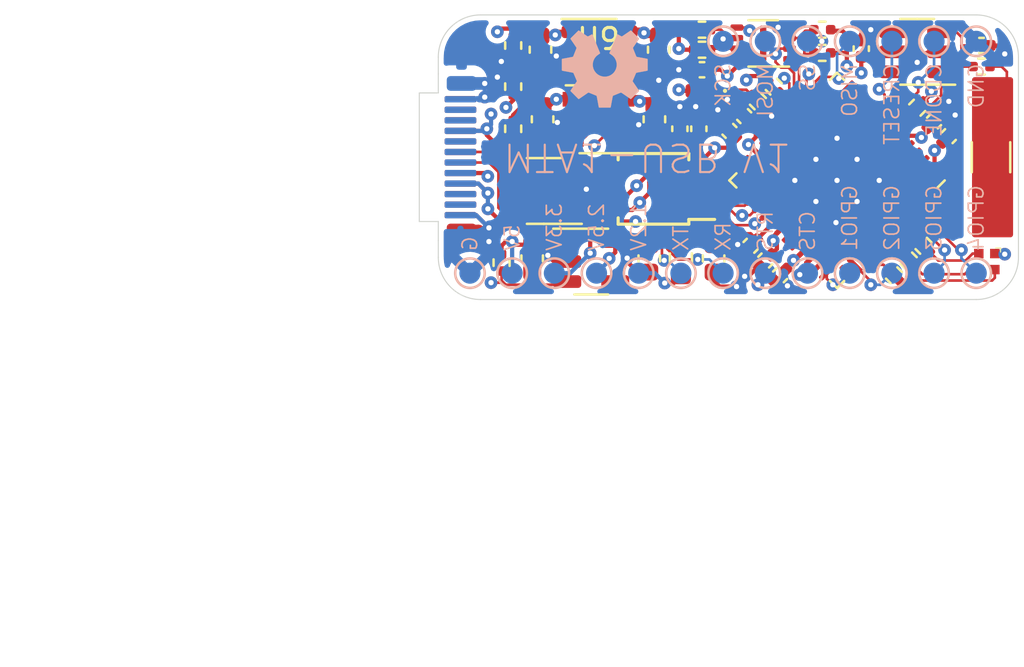
<source format=kicad_pcb>
(kicad_pcb (version 20211014) (generator pcbnew)
  (layers (0 "F.Cu" signal) (1 "In1.Cu" signal) (2 "In2.Cu" signal) (31 "B.Cu" signal) (34 "B.Paste" user) (35 "F.Paste" user) (36 "B.SilkS" user "B.Silkscreen") (37 "F.SilkS" user "F.Silkscreen") (38 "B.Mask" user) (39 "F.Mask" user) (44 "Edge.Cuts" user))
  (net 0 "")
  (net 1 "GND")
  (net 2 "+5V")
  (net 3 "+3V3")
  (net 4 "+2V5")
  (net 5 "+1V2")
  (net 6 "Net-(D3-Pad2)")
  (net 7 "Net-(D3-Pad4)")
  (net 8 "Net-(D3-Pad3)")
  (net 9 "/USB to Serial converter/INT_USB_IN_D+")
  (net 10 "APP_CDONE")
  (net 11 "APP_CRESET")
  (net 12 "APP_ICE_SCK")
  (net 13 "Net-(R1-Pad2)")
  (net 14 "VCC_OK")
  (net 17 "APP_LED_RED")
  (net 18 "APP_LED_GREEN")
  (net 19 "APP_LED_BLUE")
  (net 20 "SPI_VCC_OK")
  (net 21 "/USB to Serial converter/INT_USB_IN_D-")
  (net 22 "INT_USB_D+")
  (net 23 "INT_USB_D-")
  (net 24 "/Application FPGA/APP_+1.2_PLL")
  (net 25 "INTERFACE_TX")
  (net 28 "Net-(P1-PadA5)")
  (net 47 "APP_ICE_SS")
  (net 48 "APP_ICE_MOSI")
  (net 49 "APP_ICE_MISO")
  (net 57 "INTERFACE_RX")
  (net 58 "INTERFACE_RTS")
  (net 59 "INTERFACE_CTS")
  (net 60 "Net-(C27-Pad1)")
  (net 63 "/Application FPGA/APP_FLASH_WP")
  (net 64 "/Application FPGA/APP_FLASH_HOLD")
  (net 65 "APP_GPIO1")
  (net 66 "APP_GPIO2")
  (net 67 "APP_GPIO3")
  (net 68 "APP_GPIO4")
  (net 69 "TOUCH_EVENT")
  (net 70 "Net-(D1-Pad1)")
  (net 72 "/Application FPGA/TOUCH_PAD")
  (footprint "mta1:CAPC1005X06L" (layer "F.Cu") (at 111.45 92.65 90)
    (fp_text reference "C7" hide)
    (fp_text value "0.10uF" hide)
  )
  (footprint "mta1:CAPC1005X06L" (layer "F.Cu") (at 112.35 92.65 90)
    (fp_text reference "C13" hide)
    (fp_text value "0.10uF" hide)
  )
  (footprint "mta1:CAPC1005X06L" (layer "F.Cu") (at 123.5 92.3 45)
    (fp_text reference "C16" hide)
    (fp_text value "0.10uF" hide)
  )
  (footprint "mta1:CAPC1005X06L" (layer "F.Cu") (at 114.8 98.2 -135)
    (fp_text reference "C17" hide)
    (fp_text value "0.10uF" hide)
  )
  (footprint "mta1:CAPC1005X06L" (layer "F.Cu") (at 113.8 92.75 135)
    (fp_text reference "C18" hide)
    (fp_text value "0.10uF" hide)
  )
  (footprint "mta1:CAPC1005X06L" (layer "F.Cu") (at 124.2 93 45)
    (fp_text reference "C19" hide)
    (fp_text value "0.10uF" hide)
  )
  (footprint "mta1:CAPC1005X06L" (layer "F.Cu") (at 115.5 98.9 -135)
    (fp_text reference "C20" hide)
    (fp_text value "0.10uF" hide)
  )
  (footprint "mta1:CAPC1005X06L" (layer "F.Cu") (at 116.2 99.6 -135)
    (fp_text reference "C21" hide)
    (fp_text value "0.10uF" hide)
  )
  (footprint "LED_SMD:LED_0402_1005Metric" (layer "F.Cu") (at 112.5 90.85 180)
    (fp_text reference "D1" hide)
    (fp_text value "0402 indicator LED, blue" hide)
  )
  (footprint "mta1:0402rgb-1010" (layer "F.Cu") (at 126 98.95 90)
    (fp_text reference "D3")
    (fp_text value "LED_ARGB" hide)
  )
  (footprint "mta1:ERJ2G(0402)_L" (layer "F.Cu") (at 103.55 88.7 -90)
    (fp_text reference "R1" hide)
    (fp_text value "10k" hide)
  )
  (footprint "mta1:ERJ2G(0402)_L" (layer "F.Cu") (at 103.55 92.65 -90)
    (fp_text reference "R2" hide)
    (fp_text value "10k" hide)
  )
  (footprint "mta1:ERJ2G(0402)_L" (layer "F.Cu") (at 121.6 99.6 -45)
    (fp_text reference "R16" hide)
    (fp_text value "1k" hide)
  )
  (footprint "mta1:ERJ2G(0402)_L" (layer "F.Cu") (at 122.3 98.9 -45)
    (fp_text reference "R17" hide)
    (fp_text value "1k" hide)
  )
  (footprint "mta1:ERJ2G(0402)_L" (layer "F.Cu") (at 123 98.2 -45)
    (fp_text reference "R18" hide)
    (fp_text value "1k" hide)
  )
  (footprint "mta1:ERJ2G(0402)_L" (layer "F.Cu") (at 122.7 91.65 -135)
    (fp_text reference "R19" hide)
    (fp_text value "10k" hide)
  )
  (footprint "Package_TO_SOT_SMD:SOT-23-6" (layer "F.Cu") (at 105 95.6 180)
    (fp_text reference "U5" hide)
    (fp_text value "USBLC6-2SC6" hide)
  )
  (footprint "Package_DFN_QFN:QFN-48-1EP_7x7mm_P0.5mm_EP5.6x5.6mm" (layer "F.Cu") (at 118.9 95.1 -135)
    (fp_text reference "U6" hide)
    (fp_text value "ICE40UP5K-SG48ITR" hide)
  )
  (footprint "mta1:CAPC1608X09L" (layer "F.Cu") (at 104.94375 92.2 -90)
    (fp_text reference "C6" hide)
    (fp_text value "10uF" hide)
  )
  (footprint "mta1:CAPC1608X09L" (layer "F.Cu") (at 113.05 98.8 -90)
    (fp_text reference "C25" hide)
    (fp_text value "10uF" hide)
  )
  (footprint "mta1:Ferritbead_0603_1608Metric" (layer "F.Cu") (at 111.5 98.8 -90)
    (fp_text reference "FB3" hide)
    (fp_text value "BLM18KG300TN1D" hide)
  )
  (footprint "mta1:ERJ2G(0402)_L" (layer "F.Cu") (at 103 99 -90)
    (fp_text reference "R22" hide)
    (fp_text value "10k" hide)
  )
  (footprint "mta1:ERJ2G(0402)_L" (layer "F.Cu") (at 103.55 90.65 90)
    (fp_text reference "R29" hide)
    (fp_text value "5.1k" hide)
  )
  (footprint "mta1:ERJ2G(0402)_L" (layer "F.Cu") (at 115.9 90.65 -45)
    (fp_text reference "R20" hide)
    (fp_text value "10k" hide)
  )
  (footprint "mta1:CAPC1608X09L" (layer "F.Cu") (at 104.84375 88.9 -90)
    (fp_text reference "C1" hide)
    (fp_text value "10uF" hide)
  )
  (footprint "mta1:CAPC1608X09L" (layer "F.Cu") (at 110.45 88.9 -90)
    (fp_text reference "C5" hide)
    (fp_text value "10uF" hide)
  )
  (footprint "Package_TO_SOT_SMD:SOT-23-5" (layer "F.Cu") (at 107.64375 89)
    (fp_text reference "U2" hide)
    (fp_text value "MIC5258-1.2YM5" hide)
  )
  (footprint "mta1:CAPC1608X09L" (layer "F.Cu") (at 110 98.8 -90)
    (fp_text reference "C4" hide)
    (fp_text value "10uF" hide)
  )
  (footprint "mta1:CAPC1608X09L" (layer "F.Cu") (at 104.45 98.8 -90)
    (fp_text reference "C2" hide)
    (fp_text value "10uF" hide)
  )
  (footprint "Package_TO_SOT_SMD:SOT-23-5" (layer "F.Cu") (at 107.25 98.95)
    (fp_text reference "U1" hide)
    (fp_text value "MCP1824T-2502EOT" hide)
  )
  (footprint "mta1:CAPC1608X09L" (layer "F.Cu") (at 110.24375 92.2 -90)
    (fp_text reference "C3" hide)
    (fp_text value "10uF" hide)
  )
  (footprint "mta1:ERJ2G(0402)_L" (layer "F.Cu") (at 115.15 91.35 -45)
    (fp_text reference "R3" hide)
    (fp_text value "1k" hide)
  )
  (footprint "mta1:CAPC1005X06L" (layer "F.Cu") (at 114.5 92.05 135)
    (fp_text reference "C22" hide)
    (fp_text value "0.10uF" hide)
  )
  (footprint "mta1:NCP752BSN33T1G" (layer "F.Cu") (at 107.59375 92.2)
    (fp_text reference "U9")
    (fp_text value "NCP752BSN33T1G" hide)
  )
  (footprint "mta1:ERJ2G(0402)_L" (layer "F.Cu") (at 118.2 87.95 180)
    (fp_text reference "R25" hide)
    (fp_text value "10k" hide)
  )
  (footprint "mta1:CAPC1005X06L" (layer "F.Cu") (at 112.5 89.85 180)
    (fp_text reference "C23" hide)
    (fp_text value "0.10uF" hide)
  )
  (footprint "Package_SO:MSOP-10_3x3mm_P0.5mm" (layer "F.Cu") (at 110.2 95.5 180)
    (fp_text reference "U3" hide)
    (fp_text value "CH552E" hide)
  )
  (footprint "mta1:CAPC1005X06L" (layer "F.Cu") (at 120.05 88.85 90)
    (fp_text reference "C26" hide)
    (fp_text value "0.10uF" hide)
  )
  (footprint "mta1:ERJ2G(0402)_L" (layer "F.Cu") (at 118.2 89.05 180)
    (fp_text reference "R23" hide)
    (fp_text value "10k" hide)
  )
  (footprint "mta1:ERJ2G(0402)_L" (layer "F.Cu") (at 112.5 88.9)
    (fp_text reference "R26" hide)
    (fp_text value "10k" hide)
  )
  (footprint "Package_TO_SOT_SMD:SOT-23-6" (layer "F.Cu") (at 122.7 89 180)
    (fp_text reference "U10" hide)
    (fp_text value "PT2043AT6" hide)
  )
  (footprint "mta1:W25Q80DVUXIE" (layer "F.Cu") (at 115.4 88.6 180)
    (fp_text reference "U8" hide)
    (fp_text value "XT25F08BDFIGT-S" hide)
  )
  (footprint "mta1:ERJ2G(0402)_L" (layer "F.Cu") (at 125.75 89.7)
    (fp_text reference "R30" hide)
    (fp_text value "2k" hide)
  )
  (footprint "mta1:CAPC1005X06L" (layer "F.Cu") (at 125.75 88.7)
    (fp_text reference "C27" hide)
    (fp_text value "10pF" hide)
  )
  (footprint "Capacitor_SMD:C_1206_3216Metric" (layer "F.Cu") (at 126.2 94 90)
    (fp_text reference "C8" hide)
    (fp_text value "10uF" hide)
  )
  (footprint "mta1:U261-241N-4BS60" (layer "F.Cu") (at 101.05 94)
    (fp_text reference "P1" hide)
    (fp_text value "USB_C_Plug" hide)
    (fp_line (start -1.95 -3.05) (end -1.05 -3.05) (layer "Edge.Cuts") (width 0.05))
    (fp_line (start -1.95 3.05) (end -1.05 3.05) (layer "Edge.Cuts") (width 0.05))
    (fp_line (start -1.95 -3.05) (end -1.95 3.05) (layer "Edge.Cuts") (width 0.05))
    (fp_line (start -1.05 -3.05) (end -1.05 -3.95) (layer "Edge.Cuts") (width 0.05))
    (fp_line (start -1.05 3.95) (end -1.05 3.05) (layer "Edge.Cuts") (width 0.05))
  )
  (footprint "mta1:ERJ2G(0402)_L" (layer "F.Cu") (at 112.5 87.95)
    (fp_text reference "R24" hide)
    (fp_text value "10k" hide)
  )
  (footprint "TestPoint:TestPoint_Pad_D1.0mm" (layer "B.Cu") (at 103.5 99.5 -90)
    (fp_text reference "TP1" hide)
    (fp_text value "5V" hide)
  )
  (footprint "TestPoint:TestPoint_Pad_D1.0mm" (layer "B.Cu") (at 107.5 99.5 -90)
    (fp_text reference "TP3" hide)
    (fp_text value "2V5" hide)
  )
  (footprint "TestPoint:TestPoint_Pad_D1.0mm" (layer "B.Cu") (at 109.5 99.5 -90)
    (fp_text reference "TP4" hide)
    (fp_text value "1V2" hide)
  )
  (footprint "TestPoint:TestPoint_Pad_D1.0mm" (layer "B.Cu") (at 105.5 99.5 90)
    (fp_text reference "TP2" hide)
    (fp_text value "3V3" hide)
  )
  (footprint "TestPoint:TestPoint_Pad_D1.0mm" (layer "B.Cu") (at 113.5 99.5 180)
    (fp_text reference "TP7" hide)
    (fp_text value "INT_RX" hide)
  )
  (footprint "TestPoint:TestPoint_Pad_D1.0mm" (layer "B.Cu") (at 117.5 99.5 180)
    (fp_text reference "TP9" hide)
    (fp_text value "INT_CTS" hide)
  )
  (footprint "TestPoint:TestPoint_Pad_D1.0mm" (layer "B.Cu") (at 125.5 88.5 180)
    (fp_text reference "TP5" hide)
    (fp_text value "APP_GND" hide)
  )
  (footprint "TestPoint:TestPoint_Pad_D1.0mm" (layer "B.Cu") (at 119.5 99.5)
    (fp_text reference "TP18" hide)
    (fp_text value "APP_GPIO1" hide)
  )
  (footprint "mta1:logo_OPENHARDWARE_4mmX4mm" (layer "B.Cu") (at 107.9 89.55)
    (fp_text reference "REF**" hide)
    (fp_text value "logo")
  )
  (footprint "TestPoint:TestPoint_Pad_D1.0mm" (layer "B.Cu") (at 121.5 99.5)
    (fp_text reference "TP19" hide)
    (fp_text value "APP_GPIO2" hide)
  )
  (footprint "TestPoint:TestPoint_Pad_D1.0mm" (layer "B.Cu") (at 115.5 88.5)
    (fp_text reference "TP14" hide)
    (fp_text value "APP_ICE_MOSI" hide)
  )
  (footprint "TestPoint:TestPoint_Pad_D1.0mm" (layer "B.Cu") (at 101.5 99.5 180)
    (fp_text reference "TP28" hide)
    (fp_text value "GND" hide)
  )
  (footprint "TestPoint:TestPoint_Pad_D1.0mm" (layer "B.Cu") (at 115.5 99.5 180)
    (fp_text reference "TP8" hide)
    (fp_text value "INT_RTS" hide)
  )
  (footprint "TestPoint:TestPoint_Pad_D1.0mm" (layer "B.Cu") (at 123.5 88.5)
    (fp_text reference "TP17" hide)
    (fp_text value "APP_CDONE" hide)
  )
  (footprint "TestPoint:TestPoint_Pad_D1.0mm" (layer "B.Cu") (at 119.5 88.5)
    (fp_text reference "TP15" hide)
    (fp_text value "APP_ICE_MISO" hide)
  )
  (footprint "TestPoint:TestPoint_Pad_D1.0mm" (layer "B.Cu") (at 123.5 99.5)
    (fp_text reference "TP20" hide)
    (fp_text value "APP_GPIO3" hide)
  )
  (footprint "TestPoint:TestPoint_Pad_D1.0mm" (layer "B.Cu") (at 111.5 99.5 180)
    (fp_text reference "TP6" hide)
    (fp_text value "INT_TX" hide)
  )
  (footprint "TestPoint:TestPoint_Pad_D1.0mm" (layer "B.Cu") (at 117.5 88.5)
    (fp_text reference "TP13" hide)
    (fp_text value "APP_ICE_SS" hide)
  )
  (footprint "TestPoint:TestPoint_Pad_D1.0mm" (layer "B.Cu") (at 113.5 88.5)
    (fp_text reference "TP12" hide)
    (fp_text value "APP_ICE_SCK" hide)
  )
  (footprint "TestPoint:TestPoint_Pad_D1.0mm" (layer "B.Cu") (at 125.5 99.5)
    (fp_text reference "TP21" hide)
    (fp_text value "APP_GPIO4" hide)
  )
  (footprint "TestPoint:TestPoint_Pad_D1.0mm" (layer "B.Cu") (at 121.5 88.5)
    (fp_text reference "TP16" hide)
    (fp_text value "APP_CRESET" hide)
  )
  (gr_line (start 100 97.95) (end 100 98.75) (layer "Edge.Cuts") (width 0.05))
  (gr_line (start 102 87.25) (end 125.5 87.25) (layer "Edge.Cuts") (width 0.05))
  (gr_arc (start 125.5 87.25) (mid 126.914214 87.835786) (end 127.5 89.25) (layer "Edge.Cuts") (width 0.05))
  (gr_line (start 127.5 89.25) (end 127.5 98.75) (layer "Edge.Cuts") (width 0.05))
  (gr_arc (start 102 100.75) (mid 100.585275 100.164725) (end 100 98.75) (layer "Edge.Cuts") (width 0.05))
  (gr_arc (start 127.5 98.75) (mid 126.914214 100.164214) (end 125.5 100.75) (layer "Edge.Cuts") (width 0.05))
  (gr_line (start 125.5 100.75) (end 102 100.75) (layer "Edge.Cuts") (width 0.05))
  (gr_arc (start 100 89.25) (mid 100.585785 87.835785) (end 102 87.25) (layer "Edge.Cuts") (width 0.05))
  (gr_line (start 100 89.25) (end 100 90.05) (layer "Edge.Cuts") (width 0.05))
  (gr_text "GPIO1" (at 119.5 98.5 90) (layer "B.SilkS") (effects (font (size 0.7 0.7) (thickness 0.08)) (justify right mirror)))
  (gr_text "1.2V" (at 109.5 98.5 90) (layer "B.SilkS") (effects (font (size 0.7 0.7) (thickness 0.08)) (justify right mirror)))
  (gr_text "CTS" (at 117.5 98.5 90) (layer "B.SilkS") (effects (font (size 0.7 0.7) (thickness 0.08)) (justify right mirror)))
  (gr_text "G" (at 101.5 98.5 90) (layer "B.SilkS") (effects (font (size 0.7 0.7) (thickness 0.08)) (justify right mirror)))
  (gr_text "CDONE" (at 123.5 89.5 90) (layer "B.SilkS") (effects (font (size 0.7 0.7) (thickness 0.08)) (justify left mirror)))
  (gr_text "MOSI" (at 115.5 89.5 90) (layer "B.SilkS") (effects (font (size 0.7 0.7) (thickness 0.08)) (justify left mirror)))
  (gr_text "GPIO4" (at 125.5 98.5 90) (layer "B.SilkS") (effects (font (size 0.7 0.7) (thickness 0.08)) (justify right mirror)))
  (gr_text "RX" (at 113.5 98.5 90) (layer "B.SilkS") (effects (font (size 0.7 0.7) (thickness 0.08)) (justify right mirror)))
  (gr_text "3.3V" (at 105.5 98.5 90) (layer "B.SilkS") (effects (font (size 0.7 0.7) (thickness 0.08)) (justify right mirror)))
  (gr_text "TX" (at 111.5 98.5 90) (layer "B.SilkS") (effects (font (size 0.7 0.7) (thickness 0.08)) (justify right mirror)))
  (gr_text "GND" (at 125.5 89.5 90) (layer "B.SilkS") (effects (font (size 0.7 0.7) (thickness 0.08)) (justify left mirror)))
  (gr_text "SCK" (at 113.5 89.5 90) (layer "B.SilkS") (effects (font (size 0.7 0.7) (thickness 0.08)) (justify left mirror)))
  (gr_text "MISO" (at 119.5 89.5 90) (layer "B.SilkS") (effects (font (size 0.7 0.7) (thickness 0.08)) (justify left mirror)))
  (gr_text "MTA1-USB V1" (at 103 94 180) (layer "B.SilkS") (effects (font (size 1.3 1.3) (thickness 0.1)) (justify left mirror)))
  (gr_text "RTS" (at 115.5 98.5 90) (layer "B.SilkS") (effects (font (size 0.7 0.7) (thickness 0.08)) (justify right mirror)))
  (gr_text "5V" (at 103.5 98.5 90) (layer "B.SilkS") (effects (font (size 0.7 0.7) (thickness 0.08)) (justify right mirror)))
  (gr_text "CRESET" (at 121.5 89.5 90) (layer "B.SilkS") (effects (font (size 0.7 0.7) (thickness 0.08)) (justify left mirror)))
  (gr_text "GPIO3" (at 123.5 98.5 90) (layer "B.SilkS") (effects (font (size 0.7 0.7) (thickness 0.08)) (justify right mirror)))
  (gr_text "GPIO2" (at 121.5 98.5 90) (layer "B.SilkS") (effects (font (size 0.7 0.7) (thickness 0.08)) (justify right mirror)))
  (gr_text "2.5V" (at 107.5 98.5 90) (layer "B.SilkS") (effects (font (size 0.7 0.7) (thickness 0.08)) (justify right mirror)))
  (gr_text "SS" (at 117.5 89.5 90) (layer "B.SilkS") (effects (font (size 0.7 0.7) (thickness 0.08)) (justify left mirror)))
  (segment (start 106.1375 95.6) (end 106.93502 95.6) (width 0.2) (layer "F.Cu") (net 1))
  (segment (start 105.19173 98.653959) (end 105.19173 98.70827) (width 0.2) (layer "F.Cu") (net 1))
  (segment (start 124.75 92.25) (end 124.75 92.45) (width 0.2) (layer "F.Cu") (net 1))
  (segment (start 101.9 97.5) (end 102.4 98) (width 0.6) (layer "F.Cu") (net 1))
  (segment (start 108.951563 98.951563) (end 109.45 99.45) (width 0.2) (layer "F.Cu") (net 1))
  (segment (start 109.891862 92.85) (end 110.24375 92.85) (width 0.2) (layer "F.Cu") (net 1))
  (segment (start 123.15 89.05) (end 122.7 89.5) (width 0.2) (layer "F.Cu") (net 1))
  (segment (start 113.524228 92.474228) (end 113.25 92.2) (width 0.2) (layer "F.Cu") (net 1))
  (segment (start 116.148456 100.1) (end 115.924228 99.875772) (width 0.2) (layer "F.Cu") (net 1))
  (segment (start 114.7 99.65) (end 115.174228 99.175772) (width 0.2) (layer "F.Cu") (net 1))
  (segment (start 105.537771 99) (end 106.1125 99) (width 0.2) (layer "F.Cu") (net 1))
  (segment (start 121.5625 88.05) (end 120.6 88.05) (width 0.2) (layer "F.Cu") (net 1))
  (segment (start 112.35 92.26) (end 112.35 91.75) (width 0.2) (layer "F.Cu") (net 1))
  (segment (start 102.4 97.35) (end 102.4 98) (width 0.2) (layer "F.Cu") (net 1))
  (segment (start 104.95 92.75) (end 105.15 92.75) (width 0.2) (layer "F.Cu") (net 1))
  (segment (start 109.45 99.45) (end 110 99.45) (width 0.2) (layer "F.Cu") (net 1))
  (segment (start 105.15 92.75) (end 105.65 92.25) (width 0.2) (layer "F.Cu") (net 1))
  (segment (start 124.75 92.45) (end 124.475772 92.724228) (width 0.2) (layer "F.Cu") (net 1))
  (segment (start 124.5 92) (end 124.75 92.25) (width 0.2) (layer "F.Cu") (net 1))
  (segment (start 116.120888 87.85) (end 116.107816 87.836928) (width 0.2) (layer "F.Cu") (net 1))
  (segment (start 115.432843 91.632843) (end 115.432843 91.682843) (width 0.2) (layer "F.Cu") (net 1))
  (segment (start 103.55 89.820552) (end 103.28798 89.558532) (width 0.2) (layer "F.Cu") (net 1))
  (segment (start 123.8375 89.05) (end 123.15 89.05) (width 0.2) (layer "F.Cu") (net 1))
  (segment (start 105.7 89) (end 105.25 89.45) (width 0.2) (layer "F.Cu") (net 1))
  (segment (start 114.19095 98.14045) (end 114.524228 98.473728) (width 0.2) (layer "F.Cu") (net 1))
  (segment (start 115.174228 99.175772) (end 115.224228 99.175772) (width 0.2) (layer "F.Cu") (net 1))
  (segment (start 126.45 88.7) (end 126.85 89.1) (width 0.2) (layer "F.Cu") (net 1))
  (segment (start 106.50625 89) (end 105.79375 89) (width 0.2) (layer "F.Cu") (net 1))
  (segment (start 113.336045 100.136045) (end 113.05 99.85) (width 0.2) (layer "F.Cu") (net 1))
  (segment (start 101.1 97.5) (end 101.9 97.5) (width 0.6) (layer "F.Cu") (net 1))
  (segment (start 108 95.45) (end 107.08502 95.45) (width 0.2) (layer "F.Cu") (net 1))
  (segment (start 110.45 89.55) (end 110.45 90.35) (width 0.2) (layer "F.Cu") (net 1))
  (segment (start 107.08502 95.45) (end 107.01751 95.51751) (width 0.2) (layer "F.Cu") (net 1))
  (segment (start 101.8 96.75) (end 102.4 97.35) (width 0.2) (layer "F.Cu") (net 1))
  (segment (start 114.52161 99.65) (end 114.7 99.65) (width 0.2) (layer "F.Cu") (net 1))
  (segment (start 114.524228 98.473728) (end 114.524228 98.475772) (width 0.2) (layer "F.Cu") (net 1))
  (segment (start 113.712489 91.262489) (end 114.224228 91.774228) (width 0.2) (layer "F.Cu") (net 1))
  (segment (start 113.7 91.262489) (end 113.712489 91.262489) (width 0.2) (layer "F.Cu") (net 1))
  (segment (start 103.28798 89.53798) (end 103.206771 89.456771) (width 0.2) (layer "F.Cu") (net 1))
  (segment (start 103.28798 89.558532) (end 103.28798 89.53798) (width 0.2) (layer "F.Cu") (net 1))
  (segment (start 116.65 87.85) (end 116.120888 87.85) (width 0.2) (layer "F.Cu") (net 1))
  (segment (start 124.2 91.6) (end 123.775772 92.024228) (width 0.2) (layer "F.Cu") (net 1))
  (segment (start 105.25 89.45) (end 104.85 89.45) (width 0.2) (layer "F.Cu") (net 1))
  (segment (start 106.93502 95.6) (end 107.01751 95.51751) (width 0.2) (layer "F.Cu") (net 1))
  (segment (start 113.25 92.2) (end 113.25 91.75) (width 0.2) (layer "F.Cu") (net 1))
  (segment (start 120.05 88.46) (end 120.05 88.5) (width 0.2) (layer "F.Cu") (net 1))
  (segment (start 105.19173 98.653959) (end 105.537771 99) (width 0.2) (layer "F.Cu") (net 1))
  (segment (start 113.05 99.85) (end 113.05 99.45) (width 0.2) (layer "F.Cu") (net 1))
  (segment (start 115.432843 91.682843) (end 115.8 92.05) (width 0.2) (layer "F.Cu") (net 1))
  (segment (start 105.8 92.1) (end 105.65 92.25) (width 0.2) (layer "F.Cu") (net 1))
  (segment (start 106.50625 89) (end 105.7 89) (width 0.2) (layer "F.Cu") (net 1))
  (segment (start 101.05 96.75) (end 101.8 96.75) (width 0.2) (layer "F.Cu") (net 1))
  (segment (start 102.1 91.25) (end 102.2 91.15) (width 0.2) (layer "F.Cu") (net 1))
  (segment (start 116.55 100.1) (end 116.148456 100.1) (width 0.2) (layer "F.Cu") (net 1))
  (segment (start 101.05 91.25) (end 102.1 91.25) (width 0.2) (layer "F.Cu") (net 1))
  (segment (start 120.6 88.05) (end 120.5 87.95) (width 0.2) (layer "F.Cu") (net 1))
  (segment (start 120.25 87.95) (end 120.5 87.95) (width 0.2) (layer "F.Cu") (net 1))
  (segment (start 112.35 91.75) (end 112.2 91.6) (width 0.2) (layer "F.Cu") (net 1))
  (segment (start 120.05 88.15) (end 120.25 87.95) (width 0.2) (layer "F.Cu") (net 1))
  (segment (start 121.5625 90) (end 122.2 90) (width 0.2) (layer "F.Cu") (net 1))
  (segment (start 105.19173 98.70827) (end 104.45 99.45) (width 0.2) (layer "F.Cu") (net 1))
  (segment (start 111.45 92.26) (end 111.45 91.6) (width 0.2) (layer "F.Cu") (net 1))
  (segment (start 108.951563 98.787032) (end 108.951563 98.951563) (width 0.2) (layer "F.Cu") (net 1))
  (segment (start 106.4 92.1) (end 105.8 92.1) (width 0.2) (layer "F.Cu") (net 1))
  (segment (start 103.206771 89.456771) (end 102.987526 89.456771) (width 0.2) (layer "F.Cu") (net 1))
  (segment (start 124.2 91.35) (end 124.2 91.6) (width 0.2) (layer "F.Cu") (net 1))
  (segment (start 120.05 88.5) (end 120.05 88.15) (width 0.2) (layer "F.Cu") (net 1))
  (segment (start 126.14 88.7) (end 126.45 88.7) (width 0.2) (layer "F.Cu") (net 1))
  (segment (start 114.136045 100.136045) (end 113.336045 100.136045) (width 0.2) (layer "F.Cu") (net 1))
  (segment (start 109.499292 92.45743) (end 109.891862 92.85) (width 0.2) (layer "F.Cu") (net 1))
  (segment (start 103.55 90.25) (end 103.55 89.820552) (width 0.2) (layer "F.Cu") (net 1))
  (segment (start 122.2 90) (end 122.7 89.5) (width 0.2) (layer "F.Cu") (net 1))
  (segment (start 112.11 89.85) (end 111.4 89.85) (width 0.2) (layer "F.Cu") (net 1))
  (via (at 113.7 91.262489) (size 0.6) (drill 0.25) (layers "F.Cu" "B.Cu") (net 1))
  (via (at 126.85 89.1) (size 0.6) (drill 0.25) (layers "F.Cu" "B.Cu") (net 1))
  (via (at 109.499292 92.45743) (size 0.6) (drill 0.25) (layers "F.Cu" "B.Cu") (net 1))
  (via (at 105.64375 92.35) (size 0.6) (drill 0.25) (layers "F.Cu" "B.Cu") (net 1))
  (via (at 116.55 100.1) (size 0.6) (drill 0.25) (layers "F.Cu" "B.Cu") (net 1))
  (via (at 102.2 90.5) (size 0.6) (drill 0.25) (layers "F.Cu" "B.Cu") (net 1))
  (via (at 107.01751 95.51751) (size 0.6) (drill 0.25) (layers "F.Cu" "B.Cu") (net 1))
  (via (at 112.2 91.6) (size 0.6) (drill 0.25) (layers "F.Cu" "B.Cu") (net 1))
  (via (at 117.9 96.1) (size 0.6) (drill 0.25) (layers "F.Cu" "B.Cu") (net 1))
  (via (at 116.9 95.1) (size 0.6) (drill 0.25) (layers "F.Cu" "B.Cu") (net 1))
  (via (at 114.19095 98.14045) (size 0.6) (drill 0.25) (layers "F.Cu" "B.Cu") (net 1))
  (via (at 110.45 90.35) (size 0.6) (drill 0.25) (layers "F.Cu" "B.Cu") (net 1))
  (via (at 116.107816 87.836928) (size 0.6) (drill 0.25) (layers "F.Cu" "B.Cu") (net 1))
  (via (at 119.85 94.1) (size 0.6) (drill 0.25) (layers "F.Cu" "B.Cu") (net 1))
  (via (at 118.9 93.1) (size 0.6) (drill 0.25) (layers "F.Cu" "B.Cu") (net 1))
  (via (at 102.8 90.2) (size 0.6) (drill 0.25) (layers "F.Cu" "B.Cu") (net 1))
  (via (at 102.987526 89.456771) (size 0.6) (drill 0.25) (layers "F.Cu" "B.Cu") (net 1))
  (via (at 124.2 91.35) (size 0.6) (drill 0.25) (layers "F.Cu" "B.Cu") (net 1))
  (via (at 102.2 91.15) (size 0.6) (drill 0.25) (layers "F.Cu" "B.Cu") (net 1))
  (via (at 114.136045 100.136045) (size 0.6) (drill 0.25) (layers "F.Cu" "B.Cu") (net 1))
  (via (at 111.45 91.6) (size 0.6) (drill 0.25) (layers "F.Cu" "B.Cu") (net 1))
  (via (at 113.25 91.75) (size 0.6) (drill 0.25) (layers "F.Cu" "B.Cu") (net 1))
  (via (at 114.52161 99.65) (size 0.6) (drill 0.25) (layers "F.Cu" "B.Cu") (net 1))
  (via (at 117.9 94.1) (size 0.6) (drill 0.25) (layers "F.Cu" "B.Cu") (net 1))
  (via (at 105.59375 89.2) (size 0.6) (drill 0.25) (layers "F.Cu" "B.Cu") (net 1))
  (via (at 118.9 95.1) (size 0.6) (drill 0.25) (layers "F.Cu" "B.Cu") (net 1))
  (via (at 122.7 89.5) (size 0.6) (drill 0.25) (layers "F.Cu" "B.Cu") (net 1))
  (via (at 108.951563 98.787032) (size 0.6) (drill 0.25) (layers "F.Cu" "B.Cu") (net 1))
  (via (at 105.19173 98.653959) (size 0.6) (drill 0.25) (layers "F.Cu" "B.Cu") (net 1))
  (via (at 120.5 87.95) (size 0.6) (drill 0.25) (layers "F.Cu" "B.Cu") (net 1))
  (via (at 119.85 96.1) (size 0.6) (drill 0.25) (layers "F.Cu" "B.Cu") (net 1))
  (via (at 102.4 98) (size 0.6) (drill 0.25) (layers "F.Cu" "B.Cu") (net 1))
  (via (at 102.4 97.35) (size 0.6) (drill 0.25) (layers "F.Cu" "B.Cu") (net 1))
  (via (at 124.5 92) (size 0.6) (drill 0.25) (layers "F.Cu" "B.Cu") (net 1))
  (via (at 120.9 95.1) (size 0.6) (drill 0.25) (layers "F.Cu" "B.Cu") (net 1))
  (via (at 111.4 89.85) (size 0.6) (drill 0.25) (layers "F.Cu" "B.Cu") (net 1))
  (via (at 115.8 92.05) (size 0.6) (drill 0.25) (layers "F.Cu" "B.Cu") (net 1))
  (via (at 118.85 97.1) (size 0.6) (drill 0.25) (layers "F.Cu" "B.Cu") (net 1))
  (segment (start 101.1 90.5) (end 102.2 90.5) (width 0.6) (layer "B.Cu") (net 1))
  (segment (start 102.2 90.5) (end 102.2 91.15) (width 0.2) (layer "B.Cu") (net 1))
  (segment (start 101.05 96.75) (end 101.8 96.75) (width 0.2) (layer "B.Cu") (net 1))
  (segment (start 101.8 96.75) (end 102.4 97.35) (width 0.2) (layer "B.Cu") (net 1))
  (segment (start 101.05 91.25) (end 102.1 91.25) (width 0.2) (layer "B.Cu") (net 1))
  (segment (start 102.1 91.25) (end 102.2 91.15) (width 0.2) (layer "B.Cu") (net 1))
  (segment (start 103.2 98) (end 103 98.2) (width 0.2) (layer "F.Cu") (net 2))
  (segment (start 105.5 88.15) (end 104.85 88.15) (width 0.2) (layer "F.Cu") (net 2))
  (segment (start 103.55 88) (end 103.55 88.3) (width 0.2) (layer "F.Cu") (net 2))
  (segment (start 104.524546 94) (end 104.72452 94.199974) (width 0.2) (layer "F.Cu") (net 2))
  (segment (start 103.45 87.9) (end 103.55 88) (width 0.2) (layer "F.Cu") (net 2))
  (segment (start 104.5 97.1) (end 103 97.1) (width 0.2) (layer "F.Cu") (net 2))
  (segment (start 103.8625 95.6) (end 104.7 95.6) (width 0.2) (layer "F.Cu") (net 2))
  (segment (start 102.95 87.9) (end 103.45 87.9) (width 0.2) (layer "F.Cu") (net 2))
  (segment (start 104.7 95.6) (end 104.72452 95.57548) (width 0.2) (layer "F.Cu") (net 2))
  (segment (start 106.0625 98) (end 104.6 98) (width 0.2) (layer "F.Cu") (net 2))
  (segment (start 101.05 92.75) (end 102.2 92.75) (width 0.2) (layer "F.Cu") (net 2))
  (segment (start 104.72452 94.199974) (end 104.72452 95.57548) (width 0.2) (layer "F.Cu") (net 2))
  (segment (start 103.35 94) (end 104.524546 94) (width 0.2) (layer "F.Cu") (net 2))
  (segment (start 102.2 92.75) (end 102.3 92.65) (width 0.2) (layer "F.Cu") (net 2))
  (segment (start 104.6 98) (end 104.45 98.15) (width 0.2) (layer "F.Cu") (net 2))
  (segment (start 103.5 98) (end 103.2 98) (width 0.2) (layer "F.Cu") (net 2))
  (segment (start 104.94375 91.55) (end 105.29375 91.55) (width 0.2) (layer "F.Cu") (net 2))
  (segment (start 105.6 91.15) (end 106.4 91.15) (width 0.2) (layer "F.Cu") (net 2))
  (segment (start 101.9 95.25) (end 101.05 95.25) (width 0.2) (layer "F.Cu") (net 2))
  (segment (start 104 91.55) (end 104.85 91.55) (width 0.2) (layer "F.Cu") (net 2))
  (segment (start 105.69375 88.05) (end 106.50625 88.05) (width 0.2) (layer "F.Cu") (net 2))
  (segment (start 104.72452 96.87548) (end 104.5 97.1) (width 0.2) (layer "F.Cu") (net 2))
  (segment (start 102.8 88.05) (end 102.95 87.9) (width 0.2) (layer "F.Cu") (net 2))
  (segment (start 105.29375 91.55) (end 105.59375 91.25) (width 0.2) (layer "F.Cu") (net 2))
  (segment (start 103 98.2) (end 103 98.6) (width 0.2) (layer "F.Cu") (net 2))
  (segment (start 103.55 92.25) (end 103.55 92) (width 0.2) (layer "F.Cu") (net 2))
  (segment (start 103.55 92) (end 104 91.55) (width 0.2) (layer "F.Cu") (net 2))
  (segment (start 102.3 92.95) (end 103.35 94) (width 0.2) (layer "F.Cu") (net 2))
  (segment (start 103.5 98) (end 103.65 98.15) (width 0.2) (layer "F.Cu") (net 2))
  (segment (start 102.35 95.7) (end 101.9 95.25) (width 0.2) (layer "F.Cu") (net 2))
  (segment (start 103.65 98.15) (end 104.45 98.15) (width 0.2) (layer "F.Cu") (net 2))
  (segment (start 104.72452 95.57548) (end 104.72452 96.87548) (width 0.2) (layer "F.Cu") (net 2))
  (segment (start 102.3 92.65) (end 102.3 92.95) (width 0.2) (layer "F.Cu") (net 2))
  (segment (start 103 97.1) (end 102.35 96.45) (width 0.2) (layer "F.Cu") (net 2))
  (segment (start 105.55 88.1) (end 105.5 88.15) (width 0.2) (layer "F.Cu") (net 2))
  (via (at 105.54375 88.2) (size 0.6) (drill 0.25) (layers "F.Cu" "B.Cu") (net 2))
  (via (at 105.59375 91.25) (size 0.6) (drill 0.25) (layers "F.Cu" "B.Cu") (net 2))
  (via (at 102.5 91.95) (size 0.6) (drill 0.25) (layers "F.Cu" "B.Cu") (net 2))
  (via (at 103.5 98) (size 0.6) (drill 0.25) (layers "F.Cu" "B.Cu") (net 2))
  (via (at 102.3 92.65) (size 0.6) (drill 0.25) (layers "F.Cu" "B.Cu") (net 2))
  (via (at 102.35 95.7) (size 0.6) (drill 0.25) (layers "F.Cu" "B.Cu") (net 2))
  (via (at 102.8 88.05) (size 0.6) (drill 0.25) (layers "F.Cu" "B.Cu") (net 2))
  (via (at 102.35 96.45) (size 0.6) (drill 0.25) (layers "F.Cu" "B.Cu") (net 2))
  (segment (start 102.5 92.45) (end 102.5 91.95) (width 0.2) (layer "B.Cu") (net 2))
  (segment (start 102.2 92.75) (end 102.3 92.65) (width 0.2) (layer "B.Cu") (net 2))
  (segment (start 101.9 95.25) (end 102.35 95.7) (width 0.2) (layer "B.Cu") (net 2))
  (segment (start 103.5 98) (end 103.5 99.5) (width 0.2) (layer "B.Cu") (net 2))
  (segment (start 102.3 92.65) (end 102.5 92.45) (width 0.2) (layer "B.Cu") (net 2))
  (segment (start 102.35 95.7) (end 102.35 96.45) (width 0.2) (layer "B.Cu") (net 2))
  (segment (start 101.05 95.25) (end 101.9 95.25) (width 0.2) (layer "B.Cu") (net 2))
  (segment (start 101.05 92.75) (end 102.2 92.75) (width 0.2) (layer "B.Cu") (net 2))
  (segment (start 109.4 95.35) (end 111.25 93.5) (width 0.2) (layer "F.Cu") (net 3))
  (segment (start 110.00048 95.176912) (end 111.377394 93.8) (width 0.2) (layer "F.Cu") (net 3))
  (segment (start 108 96) (end 108.75 96) (width 0.2) (layer "F.Cu") (net 3))
  (segment (start 112.1 88.9) (end 111.45 88.9) (width 0.2) (layer "F.Cu") (net 3))
  (segment (start 115.4 90.15) (end 115.617157 90.367157) (width 0.2) (layer "F.Cu") (net 3))
  (segment (start 123.522528 93.677472) (end 123.522528 94.366559) (width 0.2) (layer "F.Cu") (net 3))
  (segment (start 119.365412 89.034588) (end 119.365412 88.215412) (width 0.2) (layer "F.Cu") (net 3))
  (segment (start 113.7 90.15) (end 114.15 89.7) (width 0.2) (layer "F.Cu") (net 3))
  (segment (start 118.6 89.05) (end 119.35 89.05) (width 0.2) (layer "F.Cu") (net 3))
  (segment (start 123.522528 94.366559) (end 123.275223 94.613864) (width 0.2) (layer "F.Cu") (net 3))
  (segment (start 111.724554 93.800969) (end 111.999031 93.800969) (width 0.2) (layer "F.Cu") (net 3))
  (segment (start 114.599988 90.338489) (end 114.788477 90.15) (width 0.2) (layer "F.Cu") (net 3))
  (segment (start 111.6 87.95) (end 111.4 88.15) (width 0.2) (layer "F.Cu") (net 3))
  (segment (start 116.475772 99.25334) (end 116.836928 98.892184) (width 0.2) (layer "F.Cu") (net 3))
  (segment (start 115.05 92.6) (end 115.05 93.05) (width 0.2) (layer "F.Cu") (net 3))
  (segment (start 111.4 93.5) (end 111.45 93.45) (width 0.2) (layer "F.Cu") (net 3))
  (segment (start 123.924228 93.275772) (end 123.6 93.6) (width 0.2) (layer "F.Cu") (net 3))
  (segment (start 122.982843 91.367157) (end 123.371981 90.978019) (width 0.2) (layer "F.Cu") (net 3))
  (segment (start 119.365412 88.215412) (end 119.3 88.15) (width 0.2) (layer "F.Cu") (net 3))
  (segment (start 123.371981 90.978019) (end 123.371981 90.871981) (width 0.2) (layer "F.Cu") (net 3))
  (segment (start 111.45 88.9) (end 111.4 88.85) (width 0.2) (layer "F.Cu") (net 3))
  (segment (start 118.6 88) (end 119.15 88) (width 0.2) (layer "F.Cu") (net 3))
  (segment (start 111.25 93.5) (end 111.4 93.5) (width 0.2) (layer "F.Cu") (net 3))
  (segment (start 114.788477 90.15) (end 115.4 90.15) (width 0.2) (layer "F.Cu") (net 3))
  (segment (start 109.45 91.15) (end 108.8 91.15) (width 0.2) (layer "F.Cu") (net 3))
  (segment (start 111.723585 93.8) (end 111.724554 93.800969) (width 0.2) (layer "F.Cu") (net 3))
  (segment (start 115.231884 93.906757) (end 115.206757 93.906757) (width 0.2) (layer "F.Cu") (net 3))
  (segment (start 110.00048 95.69952) (end 110.00048 95.176912) (width 0.2) (layer "F.Cu") (net 3))
  (segment (start 120.05 89.24) (end 120.51 89.24) (width 0.2) (layer "F.Cu") (net 3))
  (segment (start 117.353204 98.414563) (end 117.314549 98.414563) (width 0.2) (layer "F.Cu") (net 3))
  (segment (start 120.75 89) (end 121.5625 89) (width 0.2) (layer "F.Cu") (net 3))
  (segment (start 119.365412 89.676255) (end 119.365412 89.034588) (width 0.2) (layer "F.Cu") (net 3))
  (segment (start 123.522528 93.677472) (end 123.924228 93.275772) (width 0.2) (layer "F.Cu") (net 3))
  (segment (start 112.1 87.95) (end 111.6 87.95) (width 0.2) (layer "F.Cu") (net 3))
  (segment (start 109.55 91.25) (end 110.05 91.25) (width 0.2) (layer "F.Cu") (net 3))
  (segment (start 111.7 87.85) (end 111.4 88.15) (width 0.2) (layer "F.Cu") (net 3))
  (segment (start 114.775772 92.325772) (end 115.05 92.6) (width 0.2) (layer "F.Cu") (net 3))
  (segment (start 111.999031 93.800969) (end 112.35 93.45) (width 0.2) (layer "F.Cu") (net 3))
  (segment (start 110.05 91.25) (end 110.25 91.45) (width 0.2) (layer "F.Cu") (net 3))
  (segment (start 107.2 98.55) (end 107.2 97.9) (width 0.2) (layer "F.Cu") (net 3))
  (segment (start 112.1 87.85) (end 111.7 87.85) (width 0.2) (layer "F.Cu") (net 3))
  (segment (start 119.15 88) (end 119.3 88.15) (width 0.2) (layer "F.Cu") (net 3))
  (segment (start 113.7 90.15) (end 113.4 89.85) (width 0.2) (layer "F.Cu") (net 3))
  (segment (start 109.2 96.5) (end 109.55 96.15) (width 0.2) (layer "F.Cu") (net 3))
  (segment (start 114.15 89.7) (end 114.15 89.35) (width 0.2) (layer "F.Cu") (net 3))
  (segment (start 109.55 96.15) (end 110.00048 95.69952) (width 0.2) (layer "F.Cu") (net 3))
  (segment (start 111.4 88.15) (end 111.4 88.85) (width 0.2) (layer "F.Cu") (net 3))
  (segment (start 111.45 93.45) (end 111.45 93.04) (width 0.2) (layer "F.Cu") (net 3))
  (segment (start 120.05 89.24) (end 120.05 90) (width 0.2) (layer "F.Cu") (net 3))
  (segment (start 111.377394 93.8) (end 111.723585 93.8) (width 0.2) (layer "F.Cu") (net 3))
  (segment (start 109.55 91.25) (end 109.45 91.15) (width 0.2) (layer "F.Cu") (net 3))
  (segment (start 126.82 98.57) (end 126.38 98.57) (width 0.2) (layer "F.Cu") (net 3))
  (segment (start 108.75 96) (end 109.4 95.35) (width 0.2) (layer "F.Cu") (net 3))
  (segment (start 107.2 97.9) (end 108.05 97.05) (width 0.2) (layer "F.Cu") (net 3))
  (segment (start 113.4 89.85) (end 112.89 89.85) (width 0.2) (layer "F.Cu") (net 3))
  (segment (start 108.05 97.05) (end 109.35 97.05) (width 0.2) (layer "F.Cu") (net 3))
  (segment (start 109.25 96.45) (end 109.55 96.15) (width 0.2) (layer "F.Cu") (net 3))
  (segment (start 117.314549 98.414563) (end 116.836928 98.892184) (width 0.2) (layer "F.Cu") (net 3))
  (segment (start 115.05 93.05) (end 114.7 93.4) (width 0.2) (layer "F.Cu") (net 3))
  (segment (start 112.35 93.45) (end 112.35 93.04) (width 0.2) (layer "F.Cu") (net 3))
  (segment (start 119.35 89.05) (end 119.365412 89.034588) (width 0.2) (layer "F.Cu") (net 3))
  (segment (start 126.85 98.6) (end 126.82 98.57) (width 0.2) (layer "F.Cu") (net 3))
  (segment (start 116.475772 99.324228) (end 116.475772 99.25334) (width 0.2) (layer "F.Cu") (net 3))
  (segment (start 120.51 89.24) (end 120.75 89) (width 0.2) (layer "F.Cu") (net 3))
  (segment (start 108 96.5) (end 109.2 96.5) (width 0.2) (layer "F.Cu") (net 3))
  (segment (start 115.206757 93.906757) (end 114.7 93.4) (width 0.2) (layer "F.Cu") (net 3))
  (via (at 114.7 93.4) (size 0.6) (drill 0.25) (layers "F.Cu" "B.Cu") (net 3))
  (via (at 123.371981 90.871981) (size 0.6) (drill 0.25) (layers "F.Cu" "B.Cu") (net 3))
  (via (at 111.4 88.85) (size 0.6) (drill 0.25) (layers "F.Cu" "B.Cu") (net 3))
  (via (at 119.365412 89.676255) (size 0.6) (drill 0.25) (layers "F.Cu" "B.Cu") (net 3))
  (via (at 107.2 98.55) (size 0.6) (drill 0.25) (layers "F.Cu" "B.Cu") (net 3))
  (via (at 123.522528 93.677472) (size 0.6) (drill 0.25) (layers "F.Cu" "B.Cu") (net 3))
  (via (at 116.836928 98.892184) (size 0.6) (drill 0.25) (layers "F.Cu" "B.Cu") (net 3))
  (via (at 109.55 96.15) (size 0.6) (drill 0.25) (layers "F.Cu" "B.Cu") (net 3))
  (via (at 114.599988 90.338489) (size 0.6) (drill 0.25) (layers "F.Cu" "B.Cu") (net 3))
  (via (at 109.54375 91.35) (size 0.6) (drill 0.25) (layers "F.Cu" "B.Cu") (net 3))
  (via (at 109.35 97.05) (size 0.6) (drill 0.25) (layers "F.Cu" "B.Cu") (net 3))
  (via (at 109.4 95.35) (size 0.6) (drill 0.25) (layers "F.Cu" "B.Cu") (net 3))
  (via (at 120.05 90) (size 0.6) (drill 0.25) (layers "F.Cu" "B.Cu") (net 3))
  (via (at 126.85 98.6) (size 0.6) (drill 0.25) (layers "F.Cu" "B.Cu") (net 3))
  (via (at 113.7 90.15) (size 0.6) (drill 0.25) (layers "F.Cu" "B.Cu") (net 3))
  (segment (start 106.25 99.5) (end 107.2 98.55) (width 0.2) (layer "B.Cu") (net 3))
  (segment (start 105.5 99.5) (end 106.25 99.5) (width 0.2) (layer "B.Cu") (net 3))
  (segment (start 109.85 98) (end 110 98.15) (width 0.2) (layer "F.Cu") (net 4))
  (segment (start 113.1 93.55) (end 112.549511 94.100489) (width 0.2) (layer "F.Cu") (net 4))
  (segment (start 110.3 97.1) (end 110 97.4) (width 0.2) (layer "F.Cu") (net 4))
  (segment (start 113.75 93.55) (end 113.1 93.55) (width 0.2) (layer "F.Cu") (net 4))
  (segment (start 110 97.4) (end 110 98.15) (width 0.2) (layer "F.Cu") (net 4))
  (segment (start 108.3875 98) (end 109.85 98) (width 0.2) (layer "F.Cu") (net 4))
  (segment (start 111.501459 94.09952) (end 110.3 95.300978) (width 0.2) (layer "F.Cu") (net 4))
  (segment (start 111.45 90.85) (end 111.4 90.8) (width 0.2) (layer "F.Cu") (net 4))
  (segment (start 113.75 93.839087) (end 113.75 93.351544) (width 0.2) (layer "F.Cu") (net 4))
  (segment (start 108.3875 98.5125) (end 108.3875 98) (width 0.2) (layer "F.Cu") (net 4))
  (segment (start 113.75 93.351544) (end 114.075772 93.025772) (width 0.2) (layer "F.Cu") (net 4))
  (segment (start 111.59952 94.09952) (end 111.501459 94.09952) (width 0.2) (layer "F.Cu") (net 4))
  (segment (start 110.3 95.300978) (end 110.3 97.1) (width 0.2) (layer "F.Cu") (net 4))
  (segment (start 111.600489 94.100489) (end 111.59952 94.09952) (width 0.2) (layer "F.Cu") (net 4))
  (segment (start 108.1 98.8) (end 108.3875 98.5125) (width 0.2) (layer "F.Cu") (net 4))
  (segment (start 112.015 90.85) (end 111.45 90.85) (width 0.2) (layer "F.Cu") (net 4))
  (segment (start 112.549511 94.100489) (end 111.600489 94.100489) (width 0.2) (layer "F.Cu") (net 4))
  (segment (start 114.524777 94.613864) (end 113.75 93.839087) (width 0.2) (layer "F.Cu") (net 4))
  (via (at 111.4 90.8) (size 0.6) (drill 0.25) (layers "F.Cu" "B.Cu") (net 4))
  (via (at 113.1 93.55) (size 0.6) (drill 0.25) (layers "F.Cu" "B.Cu") (net 4))
  (via (at 108.1 98.8) (size 0.6) (drill 0.25) (layers "F.Cu" "B.Cu") (net 4))
  (segment (start 108.1 98.8) (end 108.1 98.9) (width 0.2) (layer "B.Cu") (net 4))
  (segment (start 108.1 98.9) (end 107.5 99.5) (width 0.2) (layer "B.Cu") (net 4))
  (segment (start 123.224228 92.575772) (end 123.224228 92.74023) (width 0.2) (layer "F.Cu") (net 5))
  (segment (start 115.875683 97.770764) (end 116.292544 97.353903) (width 0.2) (layer "F.Cu") (net 5))
  (segment (start 122.078836 92.981825) (end 122.817843 92.981825) (width 0.2) (layer "F.Cu") (net 5))
  (segment (start 116.05 98.35) (end 116.05 98.132281) (width 0.2) (layer "F.Cu") (net 5))
  (segment (start 115.875683 97.957964) (end 115.875683 97.770764) (width 0.2) (layer "F.Cu") (net 5))
  (segment (start 122.817843 92.981825) (end 122.900238 93.06422) (width 0.2) (layer "F.Cu") (net 5))
  (segment (start 110.732513 99.969111) (end 111.155889 99.969111) (width 0.2) (layer "F.Cu") (net 5))
  (segment (start 109.9 88.25) (end 109.75 88.1) (width 0.2) (layer "F.Cu") (net 5))
  (segment (start 116.05 98.132281) (end 115.875683 97.957964) (width 0.2) (layer "F.Cu") (net 5))
  (segment (start 123.224228 92.74023) (end 122.900238 93.06422) (width 0.2) (layer "F.Cu") (net 5))
  (segment (start 110.45 88.25) (end 109.9 88.25) (width 0.2) (layer "F.Cu") (net 5))
  (segment (start 109.6 87.95) (end 109.75 88.1) (width 0.2) (layer "F.Cu") (net 5))
  (segment (start 108.7875 87.95) (end 109.6 87.95) (width 0.2) (layer "F.Cu") (net 5))
  (segment (start 121.86101 93.199651) (end 122.078836 92.981825) (width 0.2) (layer "F.Cu") (net 5))
  (segment (start 115.775772 98.624228) (end 116.05 98.35) (width 0.2) (layer "F.Cu") (net 5))
  (segment (start 111.155889 99.969111) (end 111.5 99.625) (width 0.2) (layer "F.Cu") (net 5))
  (via (at 122.900238 93.06422) (size 0.6) (drill 0.25) (layers "F.Cu" "B.Cu") (net 5))
  (via (at 115.875683 97.957964) (size 0.6) (drill 0.25) (layers "F.Cu" "B.Cu") (net 5))
  (via (at 110.732513 99.969111) (size 0.6) (drill 0.25) (layers "F.Cu" "B.Cu") (net 5))
  (via (at 109.75 88.1) (size 0.6) (drill 0.25) (layers "F.Cu" "B.Cu") (net 5))
  (segment (start 110.263402 99.5) (end 110.732513 99.969111) (width 0.2) (layer "B.Cu") (net 5))
  (segment (start 109.5 99.5) (end 110.263402 99.5) (width 0.2) (layer "B.Cu") (net 5))
  (segment (start 122.6 99.85) (end 126.25 99.85) (width 0.125) (layer "F.Cu") (net 6))
  (segment (start 121.882843 99.882843) (end 122.1 100.1) (width 0.125) (layer "F.Cu") (net 6))
  (segment (start 122.1 100.1) (end 122.35 100.1) (width 0.125) (layer "F.Cu") (net 6))
  (segment (start 126.25 99.85) (end 126.38 99.72) (width 0.125) (layer "F.Cu") (net 6))
  (segment (start 122.35 100.1) (end 122.6 99.85) (width 0.125) (layer "F.Cu") (net 6))
  (segment (start 126.38 99.72) (end 126.38 99.33) (width 0.125) (layer "F.Cu") (net 6))
  (segment (start 125 98.9) (end 125.33 98.57) (width 0.125) (layer "F.Cu") (net 7))
  (segment (start 123.7 98.9) (end 125 98.9) (width 0.125) (layer "F.Cu") (net 7))
  (segment (start 123.282843 98.482843) (end 123.7 98.9) (width 0.125) (layer "F.Cu") (net 7))
  (segment (start 125.33 98.57) (end 125.62 98.57) (width 0.125) (layer "F.Cu") (net 7))
  (segment (start 124.95 99.55) (end 123.15 99.55) (width 0.125) (layer "F.Cu") (net 8))
  (segment (start 125.62 99.33) (end 125.17 99.33) (width 0.125) (layer "F.Cu") (net 8))
  (segment (start 125.17 99.33) (end 124.95 99.55) (width 0.125) (layer "F.Cu") (net 8))
  (segment (start 122.582843 99.182843) (end 122.95 99.55) (width 0.125) (layer "F.Cu") (net 8))
  (segment (start 122.95 99.55) (end 123.15 99.55) (width 0.125) (layer "F.Cu") (net 8))
  (segment (start 103 96.55) (end 103.8625 96.55) (width 0.125) (layer "F.Cu") (net 9))
  (segment (start 102.85 96.4) (end 103 96.55) (width 0.125) (layer "F.Cu") (net 9))
  (segment (start 102.4 94.25) (end 102.85 94.7) (width 0.125) (layer "F.Cu") (net 9))
  (segment (start 101.05 94.25) (end 102.4 94.25) (width 0.125) (layer "F.Cu") (net 9))
  (segment (start 102.85 94.7) (end 102.85 96.4) (width 0.125) (layer "F.Cu") (net 9))
  (segment (start 122.2 92.15) (end 121.95 92.15) (width 0.125) (layer "F.Cu") (net 10))
  (segment (start 121.723223 91.923223) (end 122.75 90.896447) (width 0.125) (layer "F.Cu") (net 10))
  (segment (start 122.417157 91.932843) (end 122.2 92.15) (width 0.125) (layer "F.Cu") (net 10))
  (segment (start 121.95 92.15) (end 121.723223 91.923223) (width 0.125) (layer "F.Cu") (net 10))
  (segment (start 122.75 90.896447) (end 122.75 90.45) (width 0.125) (layer "F.Cu") (net 10))
  (segment (start 121.153903 92.492544) (end 121.723223 91.923223) (width 0.125) (layer "F.Cu") (net 10))
  (via (at 122.75 90.45) (size 0.6) (drill 0.25) (layers "F.Cu" "B.Cu") (net 10))
  (segment (start 123.5 89.7) (end 123.5 88.5) (width 0.125) (layer "B.Cu") (net 10))
  (segment (start 122.75 90.45) (end 123.5 89.7) (width 0.125) (layer "B.Cu") (net 10))
  (segment (start 116.4 91.15) (end 116.5 91.15) (width 0.125) (layer "F.Cu") (net 11))
  (segment (start 116.5 91.15) (end 116.637491 91.012509) (width 0.125) (layer "F.Cu") (net 11))
  (segment (start 116.182843 90.932843) (end 116.4 91.15) (width 0.125) (layer "F.Cu") (net 11))
  (segment (start 116.637491 90.487491) (end 116.4 90.25) (width 0.125) (layer "F.Cu") (net 11))
  (segment (start 116.637491 91.012509) (end 116.637491 90.487491) (width 0.125) (layer "F.Cu") (net 11))
  (segment (start 121.15 91.789339) (end 120.800349 92.13899) (width 0.125) (layer "F.Cu") (net 11))
  (segment (start 120.896377 90.771778) (end 121.15 91.025401) (width 0.125) (layer "F.Cu") (net 11))
  (segment (start 121.15 91.025401) (end 121.15 91.789339) (width 0.125) (layer "F.Cu") (net 11))
  (via (at 116.4 90.25) (size 0.6) (drill 0.25) (layers "F.Cu" "B.Cu") (net 11))
  (via (at 120.896377 90.771778) (size 0.6) (drill 0.25) (layers "F.Cu" "B.Cu") (net 11))
  (segment (start 121.5 90.168155) (end 121.5 88.5) (width 0.125) (layer "B.Cu") (net 11))
  (segment (start 120.896377 90.771778) (end 121.5 90.168155) (width 0.125) (layer "B.Cu") (net 11))
  (segment (start 117.45 91.175127) (end 117.706757 91.431884) (width 0.125) (layer "F.Cu") (net 12))
  (segment (start 113.4 87.95) (end 113.5 88.05) (width 0.125) (layer "F.Cu") (net 12))
  (segment (start 117.45 90.162) (end 117.45 91.175127) (width 0.125) (layer "F.Cu") (net 12))
  (segment (start 117.562 90.05) (end 117.45 90.162) (width 0.125) (layer "F.Cu") (net 12))
  (segment (start 113.5 88.388) (end 113.5 88.05) (width 0.125) (layer "F.Cu") (net 12))
  (segment (start 112.9 87.95) (end 113.4 87.95) (width 0.125) (layer "F.Cu") (net 12))
  (segment (start 113.538 88.35) (end 114.15 88.35) (width 0.125) (layer "F.Cu") (net 12))
  (via (at 113.5 88.388) (size 0.6) (drill 0.25) (layers "F.Cu" "B.Cu") (net 12))
  (via (at 117.562 90.05) (size 0.6) (drill 0.25) (layers "F.Cu" "B.Cu") (net 12))
  (segment (start 103.55 89.45) (end 103.55 89.1) (width 0.125) (layer "F.Cu") (net 13))
  (segment (start 106.50625 89.95) (end 106.34423 90.11202) (width 0.125) (layer "F.Cu") (net 13))
  (segment (start 106.34423 90.11202) (end 104.21202 90.11202) (width 0.125) (layer "F.Cu") (net 13))
  (segment (start 104.21202 90.11202) (end 103.55 89.45) (width 0.125) (layer "F.Cu") (net 13))
  (segment (start 106.4 93.05) (end 106.3 93.15) (width 0.125) (layer "F.Cu") (net 14))
  (segment (start 105.8 93.15) (end 105.45 93.5) (width 0.125) (layer "F.Cu") (net 14))
  (segment (start 107.95 89.95) (end 107.15 90.75) (width 0.125) (layer "F.Cu") (net 14))
  (segment (start 106.95 93.05) (end 106.4 93.05) (width 0.125) (layer "F.Cu") (net 14))
  (segment (start 105.45 93.5) (end 103.65 93.5) (width 0.125) (layer "F.Cu") (net 14))
  (segment (start 107.15 92.85) (end 106.95 93.05) (width 0.125) (layer "F.Cu") (net 14))
  (segment (start 108.78125 89.95) (end 107.95 89.95) (width 0.125) (layer "F.Cu") (net 14))
  (segment (start 107.15 90.75) (end 107.15 92.85) (width 0.125) (layer "F.Cu") (net 14))
  (segment (start 103.65 93.5) (end 103.55 93.4) (width 0.125) (layer "F.Cu") (net 14))
  (segment (start 106.3 93.15) (end 105.8 93.15) (width 0.125) (layer "F.Cu") (net 14))
  (segment (start 103.55 93.4) (end 103.55 93.05) (width 0.125) (layer "F.Cu") (net 14))
  (segment (start 121.317157 99.317157) (end 121.1 99.1) (width 0.125) (layer "F.Cu") (net 17))
  (segment (start 120.425127 99.1) (end 120.093243 98.768116) (width 0.125) (layer "F.Cu") (net 17))
  (segment (start 121.1 99.1) (end 120.425127 99.1) (width 0.125) (layer "F.Cu") (net 17))
  (segment (start 120.446796 98.414563) (end 120.832233 98.8) (width 0.125) (layer "F.Cu") (net 18))
  (segment (start 121.8 98.5) (end 121.967157 98.667157) (width 0.125) (layer "F.Cu") (net 18))
  (segment (start 120.832233 98.8) (end 121.15 98.8) (width 0.125) (layer "F.Cu") (net 18))
  (segment (start 121.15 98.8) (end 121.45 98.5) (width 0.125) (layer "F.Cu") (net 18))
  (segment (start 121.45 98.5) (end 121.8 98.5) (width 0.125) (layer "F.Cu") (net 18))
  (segment (start 122.45 97.65) (end 122.717157 97.917157) (width 0.125) (layer "F.Cu") (net 19))
  (segment (start 121.508665 98.241335) (end 122.1 97.65) (width 0.125) (layer "F.Cu") (net 19))
  (segment (start 120.800349 98.06101) (end 120.980674 98.241335) (width 0.125) (layer "F.Cu") (net 19))
  (segment (start 120.980674 98.241335) (end 121.508665 98.241335) (width 0.125) (layer "F.Cu") (net 19))
  (segment (start 122.1 97.65) (end 122.45 97.65) (width 0.125) (layer "F.Cu") (net 19))
  (segment (start 107.8 93.05) (end 108.8 93.05) (width 0.125) (layer "F.Cu") (net 20))
  (segment (start 102.5 99.95) (end 102.9 99.95) (width 0.125) (layer "F.Cu") (net 20))
  (segment (start 106.01298 100.04952) (end 106.1125 99.95) (width 0.125) (layer "F.Cu") (net 20))
  (segment (start 102.9 99.95) (end 103 99.85) (width 0.125) (layer "F.Cu") (net 20))
  (segment (start 107.4 93.45) (end 107.8 93.05) (width 0.125) (layer "F.Cu") (net 20))
  (segment (start 103.19952 100.04952) (end 106.01298 100.04952) (width 0.125) (layer "F.Cu") (net 20))
  (segment (start 103 99.4) (end 103 99.85) (width 0.125) (layer "F.Cu") (net 20))
  (segment (start 103 99.85) (end 103.19952 100.04952) (width 0.125) (layer "F.Cu") (net 20))
  (via (at 107.4 93.45) (size 0.6) (drill 0.25) (layers "F.Cu" "B.Cu") (net 20))
  (via (at 102.5 99.95) (size 0.6) (drill 0.25) (layers "F.Cu" "B.Cu") (net 20))
  (segment (start 103.45 94.65) (end 102.55 93.75) (width 0.125) (layer "F.Cu") (net 21))
  (segment (start 101.05 93.75) (end 102.55 93.75) (width 0.125) (layer "F.Cu") (net 21))
  (segment (start 103.8625 94.65) (end 103.45 94.65) (width 0.125) (layer "F.Cu") (net 21))
  (segment (start 105.35 96.55) (end 106.1375 96.55) (width 0.125) (layer "F.Cu") (net 22))
  (segment (start 105.25 96.45) (end 105.35 96.55) (width 0.125) (layer "F.Cu") (net 22))
  (segment (start 107.2 94.5) (end 106.8 94.1) (width 0.125) (layer "F.Cu") (net 22))
  (segment (start 105.4 94.1) (end 105.25 94.25) (width 0.125) (layer "F.Cu") (net 22))
  (segment (start 106.8 94.1) (end 105.4 94.1) (width 0.125) (layer "F.Cu") (net 22))
  (segment (start 105.25 94.25) (end 105.25 96.45) (width 0.125) (layer "F.Cu") (net 22))
  (segment (start 107.95 94.5) (end 107.2 94.5) (width 0.125) (layer "F.Cu") (net 22))
  (segment (start 107.95 95) (end 107.2 95) (width 0.2) (layer "F.Cu") (net 23))
  (segment (start 106.85 94.65) (end 106.1375 94.65) (width 0.2) (layer "F.Cu") (net 23))
  (segment (start 107.2 95) (end 106.85 94.65) (width 0.2) (layer "F.Cu") (net 23))
  (segment (start 111.5 97.4) (end 111.65 97.25) (width 0.2) (layer "F.Cu") (net 24))
  (segment (start 114.406916 97.65) (end 114.256916 97.5) (width 0.2) (layer "F.Cu") (net 24))
  (segment (start 111.65 97.25) (end 112.95 97.25) (width 0.2) (layer "F.Cu") (net 24))
  (segment (start 113.05 97.35) (end 113.05 97.5) (width 0.2) (layer "F.Cu") (net 24))
  (segment (start 112.95 97.25) (end 113.05 97.35) (width 0.2) (layer "F.Cu") (net 24))
  (segment (start 111.5 97.975) (end 111.5 97.4) (width 0.2) (layer "F.Cu") (net 24))
  (segment (start 115.074228 97.924228) (end 114.8 97.65) (width 0.2) (layer "F.Cu") (net 24))
  (segment (start 115.93899 97.06101) (end 115.075772 97.924228) (width 0.2) (layer "F.Cu") (net 24))
  (segment (start 115.075772 97.924228) (end 115.074228 97.924228) (width 0.2) (layer "F.Cu") (net 24))
  (segment (start 115.93899 97.000349) (end 115.93899 97.06101) (width 0.2) (layer "F.Cu") (net 24))
  (segment (start 113.05 97.5) (end 113.05 98.15) (width 0.2) (layer "F.Cu") (net 24))
  (segment (start 114.8 97.65) (end 114.406916 97.65) (width 0.2) (layer "F.Cu") (net 24))
  (segment (start 114.256916 97.5) (end 113.05 97.5) (width 0.2) (layer "F.Cu") (net 24))
  (segment (start 110.707631 98.894377) (end 110.6 98.786746) (width 0.125) (layer "F.Cu") (net 25))
  (segment (start 110.6 98.786746) (end 110.6 95.925) (width 0.125) (layer "F.Cu") (net 25))
  (segment (start 111.525 95) (end 112.4 95) (width 0.125) (layer "F.Cu") (net 25))
  (segment (start 110.6 95.925) (end 111.525 95) (width 0.125) (layer "F.Cu") (net 25))
  (segment (start 113.1 95) (end 114 95.9) (width 0.125) (layer "F.Cu") (net 25))
  (segment (start 114.210913 95.9) (end 114.524777 95.586136) (width 0.125) (layer "F.Cu") (net 25))
  (segment (start 114 95.9) (end 114.210913 95.9) (width 0.125) (layer "F.Cu") (net 25))
  (segment (start 112.4 95) (end 113.1 95) (width 0.125) (layer "F.Cu") (net 25))
  (via (at 110.707631 98.894377) (size 0.6) (drill 0.25) (layers "F.Cu" "B.Cu") (net 25))
  (segment (start 110.707631 98.894377) (end 110.894377 98.894377) (width 0.125) (layer "B.Cu") (net 25))
  (segment (start 110.894377 98.894377) (end 111.5 99.5) (width 0.125) (layer "B.Cu") (net 25))
  (segment (start 102.1936 94.75) (end 102.3468 94.9032) (width 0.2) (layer "F.Cu") (net 28))
  (segment (start 103.55 91.2936) (end 103.206258 91.637342) (width 0.2) (layer "F.Cu") (net 28))
  (segment (start 103.55 91.05) (end 103.55 91.2936) (width 0.2) (layer "F.Cu") (net 28))
  (segment (start 101.05 94.75) (end 102.1936 94.75) (width 0.2) (layer "F.Cu") (net 28))
  (via (at 102.3468 94.9032) (size 0.6) (drill 0.25) (layers "F.Cu" "B.Cu") (net 28))
  (via (at 103.206258 91.637342) (size 0.6) (drill 0.25) (layers "F.Cu" "B.Cu") (net 28))
  (segment (start 117.602576 89.1) (end 117.35 89.1) (width 0.125) (layer "F.Cu") (net 47))
  (segment (start 117.1 89.35) (end 117.1 91.532233) (width 0.125) (layer "F.Cu") (net 47))
  (segment (start 117.35 88.65) (end 117.35 89.1) (width 0.125) (layer "F.Cu") (net 47))
  (segment (start 117.503018 88.496982) (end 117.35 88.65) (width 0.125) (layer "F.Cu") (net 47))
  (segment (start 118.183368 88.496982) (end 117.503018 88.496982) (width 0.125) (layer "F.Cu") (net 47))
  (segment (start 117.1 91.532233) (end 117.353204 91.785437) (width 0.125) (layer "F.Cu") (net 47))
  (segment (start 116.65 89.35) (end 117.1 89.35) (width 0.125) (layer "F.Cu") (net 47))
  (segment (start 117.35 89.1) (end 117.1 89.35) (width 0.125) (layer "F.Cu") (net 47))
  (via (at 118.183368 88.496982) (size 0.6) (drill 0.25) (layers "F.Cu" "B.Cu") (net 47))
  (segment (start 118.183368 88.496982) (end 118.18035 88.5) (width 0.125) (layer "B.Cu") (net 47))
  (segment (start 118.18035 88.5) (end 117.5 88.5) (width 0.125) (layer "B.Cu") (net 47))
  (segment (start 116.862011 90.012011) (end 116.862011 91.237989) (width 0.125) (layer "F.Cu") (net 48))
  (segment (start 116.862011 91.237989) (end 116.6 91.5) (width 0.125) (layer "F.Cu") (net 48))
  (segment (start 116.25 89.75) (end 116.6 89.75) (width 0.125) (layer "F.Cu") (net 48))
  (segment (start 116.6 89.75) (end 116.862011 90.012011) (width 0.125) (layer "F.Cu") (net 48))
  (segment (start 115.98624 89.094334) (end 115.98624 89.48624) (width 0.125) (layer "F.Cu") (net 48))
  (segment (start 116.6 91.739339) (end 116.999651 92.13899) (width 0.125) (layer "F.Cu") (net 48))
  (segment (start 116.2 88.85) (end 116.65 88.85) (width 0.125) (layer "F.Cu") (net 48))
  (segment (start 115.98624 89.094334) (end 115.98624 89.06376) (width 0.125) (layer "F.Cu") (net 48))
  (segment (start 115.98624 89.06376) (end 116.2 88.85) (width 0.125) (layer "F.Cu") (net 48))
  (segment (start 115.98624 89.48624) (end 116.25 89.75) (width 0.125) (layer "F.Cu") (net 48))
  (segment (start 116.6 91.5) (end 116.6 91.739339) (width 0.125) (layer "F.Cu") (net 48))
  (via (at 115.98624 89.094334) (size 0.6) (drill 0.25) (layers "F.Cu" "B.Cu") (net 48))
  (segment (start 115.98624 88.98624) (end 115.5 88.5) (width 0.125) (layer "B.Cu") (net 48))
  (segment (start 115.98624 89.094334) (end 115.98624 88.98624) (width 0.125) (layer "B.Cu") (net 48))
  (segment (start 114.756811 87.993272) (end 114.613539 87.85) (width 0.125) (layer "F.Cu") (net 49))
  (segment (start 118.099893 90.190898) (end 117.842485 90.448306) (width 0.125) (layer "F.Cu") (net 49))
  (segment (start 118.984579 90.263) (end 118.912477 90.190898) (width 0.125) (layer "F.Cu") (net 49))
  (segment (start 114.613539 87.85) (end 114.15 87.85) (width 0.125) (layer "F.Cu") (net 49))
  (segment (start 117.842485 90.448306) (end 117.842485 90.860504) (width 0.125) (layer "F.Cu") (net 49))
  (segment (start 118.912477 90.190898) (end 118.099893 90.190898) (width 0.125) (layer "F.Cu") (net 49))
  (segment (start 117.842485 90.860504) (end 118.060311 91.07833) (width 0.125) (layer "F.Cu") (net 49))
  (via (at 118.984579 90.263) (size 0.6) (drill 0.25) (layers "F.Cu" "B.Cu") (net 49))
  (via (at 114.756811 87.993272) (size 0.6) (drill 0.25) (layers "F.Cu" "B.Cu") (net 49))
  (segment (start 118.984579 90.263) (end 118.903401 90.181822) (width 0.125) (layer "B.Cu") (net 49))
  (segment (start 118.903401 90.181822) (end 118.903401 89.096599) (width 0.125) (layer "B.Cu") (net 49))
  (segment (start 118.903401 89.096599) (end 119.5 88.5) (width 0.125) (layer "B.Cu") (net 49))
  (segment (start 112.3 98.85) (end 111.35 98.85) (width 0.125) (layer "F.Cu") (net 57))
  (segment (start 111.35 98.85) (end 110.86298 98.36298) (width 0.125) (layer "F.Cu") (net 57))
  (segment (start 110.86298 98.36298) (end 110.86298 96.18702) (width 0.125) (layer "F.Cu") (net 57))
  (segment (start 111.55 95.5) (end 113.2 95.5) (width 0.125) (layer "F.Cu") (net 57))
  (segment (start 114 96.3) (end 114.518019 96.3) (width 0.125) (layer "F.Cu") (net 57))
  (segment (start 114.518019 96.3) (end 114.87833 95.939689) (width 0.125) (layer "F.Cu") (net 57))
  (segment (start 113.2 95.5) (end 114 96.3) (width 0.125) (layer "F.Cu") (net 57))
  (segment (start 110.86298 96.18702) (end 111.55 95.5) (width 0.125) (layer "F.Cu") (net 57))
  (via (at 112.3 98.85) (size 0.6) (drill 0.25) (layers "F.Cu" "B.Cu") (net 57))
  (segment (start 112.3 98.85) (end 112.85 98.85) (width 0.125) (layer "B.Cu") (net 57))
  (segment (start 112.85 98.85) (end 113.5 99.5) (width 0.125) (layer "B.Cu") (net 57))
  (segment (start 115.001531 97.152723) (end 114.930243 97.224011) (width 0.125) (layer "F.Cu") (net 58))
  (segment (start 114.024011 97.224011) (end 113.675 96.875) (width 0.125) (layer "F.Cu") (net 58))
  (segment (start 114.930243 97.224011) (end 114.024011 97.224011) (width 0.125) (layer "F.Cu") (net 58))
  (segment (start 114 97.2) (end 114.024011 97.224011) (width 0.125) (layer "F.Cu") (net 58))
  (segment (start 113.675 96.875) (end 114 97.2) (width 0.125) (layer "F.Cu") (net 58))
  (segment (start 113.3 96.5) (end 113.675 96.875) (width 0.125) (layer "F.Cu") (net 58))
  (segment (start 112.45 96.5) (end 113.3 96.5) (width 0.125) (layer "F.Cu") (net 58))
  (segment (start 115.082233 97.15) (end 115.585437 96.646796) (width 0.125) (layer "F.Cu") (net 58))
  (via (at 115.001531 97.152723) (size 0.6) (drill 0.25) (layers "F.Cu" "B.Cu") (net 58))
  (via (at 115.15 100.05) (size 0.6) (drill 0.25) (layers "F.Cu" "B.Cu") (net 58))
  (segment (start 115.5 99.5) (end 115.5 99.7) (width 0.125) (layer "B.Cu") (net 58))
  (segment (start 115.5 99.7) (end 115.15 100.05) (width 0.125) (layer "B.Cu") (net 58))
  (segment (start 114.1 96.75) (end 114.775127 96.75) (width 0.125) (layer "F.Cu") (net 59))
  (segment (start 114.775127 96.75) (end 115.231884 96.293243) (width 0.125) (layer "F.Cu") (net 59))
  (segment (start 112.45 96) (end 113.35 96) (width 0.125) (layer "F.Cu") (net 59))
  (segment (start 113.35 96) (end 114.1 96.75) (width 0.125) (layer "F.Cu") (net 59))
  (via (at 117.134427 99.569435) (size 0.6) (drill 0.25) (layers "F.Cu" "B.Cu") (net 59))
  (via (at 114.4 96.762) (size 0.6) (drill 0.25) (layers "F.Cu" "B.Cu") (net 59))
  (segment (start 117.5 99.5) (end 117.203862 99.5) (width 0.125) (layer "B.Cu") (net 59))
  (segment (start 117.203862 99.5) (end 117.134427 99.569435) (width 0.125) (layer "B.Cu") (net 59))
  (segment (start 123.8375 88.05) (end 124.55 88.05) (width 0.125) (layer "F.Cu") (net 60))
  (segment (start 124.8 89.6) (end 124.9 89.7) (width 0.125) (layer "F.Cu") (net 60))
  (segment (start 124.6 88.1) (end 124.8 88.3) (width 0.125) (layer "F.Cu") (net 60))
  (segment (start 124.8 88.3) (end 124.8 88.7) (width 0.125) (layer "F.Cu") (net 60))
  (segment (start 125.36 88.7) (end 124.8 88.7) (width 0.125) (layer "F.Cu") (net 60))
  (segment (start 124.9 89.7) (end 125.35 89.7) (width 0.125) (layer "F.Cu") (net 60))
  (segment (start 124.8 88.7) (end 124.8 89.6) (width 0.125) (layer "F.Cu") (net 60))
  (segment (start 124.55 88.05) (end 124.6 88.1) (width 0.125) (layer "F.Cu") (net 60))
  (segment (start 117.4 88) (end 117.8 88) (width 0.125) (layer "F.Cu") (net 63))
  (segment (start 116.65 88.35) (end 117.05 88.35) (width 0.125) (layer "F.Cu") (net 63))
  (segment (start 117.05 88.35) (end 117.4 88) (width 0.125) (layer "F.Cu") (net 63))
  (segment (start 112.95 88.85) (end 114.15 88.85) (width 0.125) (layer "F.Cu") (net 64))
  (segment (start 112.9 88.9) (end 112.95 88.85) (width 0.125) (layer "F.Cu") (net 64))
  (segment (start 118.413864 99.475223) (end 118.413864 99.763864) (width 0.125) (layer "F.Cu") (net 65))
  (segment (start 118.413864 99.763864) (end 118.7 100.05) (width 0.125) (layer "F.Cu") (net 65))
  (via (at 118.7 100.05) (size 0.6) (drill 0.25) (layers "F.Cu" "B.Cu") (net 65))
  (segment (start 118.95 100.05) (end 119.5 99.5) (width 0.125) (layer "B.Cu") (net 65))
  (segment (start 118.7 100.05) (end 118.95 100.05) (width 0.125) (layer "B.Cu") (net 65))
  (segment (start 120.5 100.05) (end 120.5 99.881982) (width 0.125) (layer "F.Cu") (net 66))
  (segment (start 119.739689 99.12167) (end 119.739689 99.121671) (width 0.125) (layer "F.Cu") (net 66))
  (segment (start 120.5 99.881982) (end 120.184009 99.565991) (width 0.125) (layer "F.Cu") (net 66))
  (segment (start 119.739689 99.121671) (end 120.184009 99.565991) (width 0.125) (layer "F.Cu") (net 66))
  (via (at 120.5 100.05) (size 0.6) (drill 0.25) (layers "F.Cu" "B.Cu") (net 66))
  (segment (start 120.5 100.05) (end 120.95 100.05) (width 0.125) (layer "B.Cu") (net 66))
  (segment (start 120.95 100.05) (end 121.5 99.5) (width 0.125) (layer "B.Cu") (net 66))
  (segment (start 123.968267 98.4005) (end 122.214563 96.646796) (width 0.125) (layer "F.Cu") (net 67))
  (segment (start 124 98.4005) (end 123.968267 98.4005) (width 0.125) (layer "F.Cu") (net 67))
  (via (at 124 98.4005) (size 0.6) (drill 0.25) (layers "F.Cu" "B.Cu") (net 67))
  (segment (start 124 99) (end 124 98.4005) (width 0.125) (layer "B.Cu") (net 67))
  (segment (start 123.5 99.5) (end 124 99) (width 0.125) (layer "B.Cu") (net 67))
  (segment (start 122.568116 96.293243) (end 122.568116 96.315233) (width 0.125) (layer "F.Cu") (net 68))
  (segment (start 122.568116 96.315233) (end 124.649683 98.3968) (width 0.125) (layer "F.Cu") (net 68))
  (segment (start 124.649683 98.3968) (end 124.7968 98.3968) (width 0.125) (layer "F.Cu") (net 68))
  (via (at 124.7968 98.3968) (size 0.6) (drill 0.25) (layers "F.Cu" "B.Cu") (net 68))
  (segment (start 124.7968 98.3968) (end 124.7968 98.7968) (width 0.125) (layer "B.Cu") (net 68))
  (segment (start 124.7968 98.7968) (end 125.5 99.5) (width 0.125) (layer "B.Cu") (net 68))
  (segment (start 123.8375 89.95) (end 123.8375 91.059829) (width 0.125) (layer "F.Cu") (net 69))
  (segment (start 123.8375 91.059829) (end 122.231557 92.665772) (width 0.125) (layer "F.Cu") (net 69))
  (segment (start 122.231557 92.665772) (end 121.687781 92.665772) (width 0.125) (layer "F.Cu") (net 69))
  (segment (start 121.687781 92.665772) (end 121.507456 92.846097) (width 0.125) (layer "F.Cu") (net 69))
  (segment (start 114.408116 90.8) (end 114.408616 90.8005) (width 0.125) (layer "F.Cu") (net 70))
  (segment (start 112.985 90.85) (end 113.035 90.8) (width 0.125) (layer "F.Cu") (net 70))
  (segment (start 114.6005 90.8005) (end 114.867157 91.067157) (width 0.125) (layer "F.Cu") (net 70))
  (segment (start 113.035 90.8) (end 114.408116 90.8) (width 0.125) (layer "F.Cu") (net 70))
  (segment (start 114.408616 90.8005) (end 114.6005 90.8005) (width 0.125) (layer "F.Cu") (net 70))
  (segment (start 126.9 89.9) (end 126.95 89.95) (width 0.125) (layer "F.Cu") (net 72))
  (segment (start 126.95 89.95) (end 126.95 91.2) (width 0.125) (layer "F.Cu") (net 72))
  (segment (start 126.7 89.7) (end 126.9 89.9) (width 0.125) (layer "F.Cu") (net 72))
  (segment (start 126.15 89.7) (end 126.7 89.7) (width 0.125) (layer "F.Cu") (net 72))
  (zone (net 72) (net_name "/Application FPGA/TOUCH_PAD") (layer "F.Cu") (connect_pads yes (clearance 0.254)) (min_thickness 0.254) (fill yes (thermal_gap 0.508) (thermal_bridge_width 0.508))
    (polygon (pts (xy 125.3 97.8) (xy 127.5 97.8) (xy 127.5 90.2) (xy 125.3 90.2)))
  )
  (zone (net 1) (net_name "GND") (layers "In1.Cu" "B.Cu") (connect_pads (clearance 0.254)) (min_thickness 0.254) (fill yes (thermal_gap 0.508) (thermal_bridge_width 0.508))
    (polygon (pts (xy 127.5 89.7) (xy 124.9 89.7) (xy 124.9 98.35) (xy 127.5 98.35) (xy 127.5 100.75) (xy 100 100.75) (xy 100 87.25) (xy 127.5 87.25)))
  )
  (zone (net 0) (net_name "") (layer "B.Cu") (connect_pads (clearance 0)) (min_thickness 0.254)
    (keepout (tracks allowed) (vias allowed) (pads allowed) (copperpour not_allowed) (footprints allowed))
    (fill (thermal_gap 0.508) (thermal_bridge_width 0.508))
    (polygon (pts (xy 102.1 97.25) (xy 100 97.25) (xy 100 96) (xy 102.1 96)))
  )
  (zone (net 0) (net_name "") (layer "B.Cu") (connect_pads (clearance 0)) (min_thickness 0.254)
    (keepout (tracks allowed) (vias allowed) (pads allowed) (copperpour not_allowed) (footprints allowed))
    (fill (thermal_gap 0.508) (thermal_bridge_width 0.508))
    (polygon (pts (xy 102.1 91.1) (xy 100 91.1) (xy 100 89.85) (xy 102.1 89.85)))
  )
)
</source>
